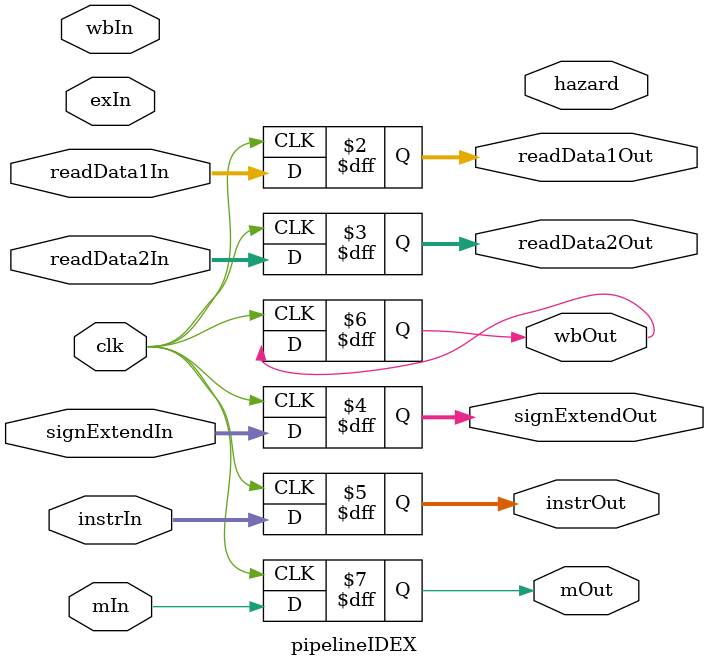
<source format=v>
module pipelineIDEX(
input [31:0] readData1In,
input [31:0] readData2In,
output reg [31:0] readData1Out,
output reg [31:0] readData2Out,
//output reg [31:0] readData1, readData2
input [31:0] signExtendIn,
output reg [31:0] signExtendOut,
input [31:0] instrIn,
output reg [31:0] instrOut,
//wbmex
input wbIn,
input mIn,
input exIn,
output reg wbOut,
output reg mOut,
//hazard
output reg hazard,
//clk
input clk
); 

//normal operation
always @ (posedge clk) 
begin 
readData1Out = readData1In;
readData2Out = readData2In;
signExtendOut = signExtendIn;
instrOut = instrIn;
wbOut = wbOut;
mOut = mIn;
end 

//hazard


endmodule
</source>
